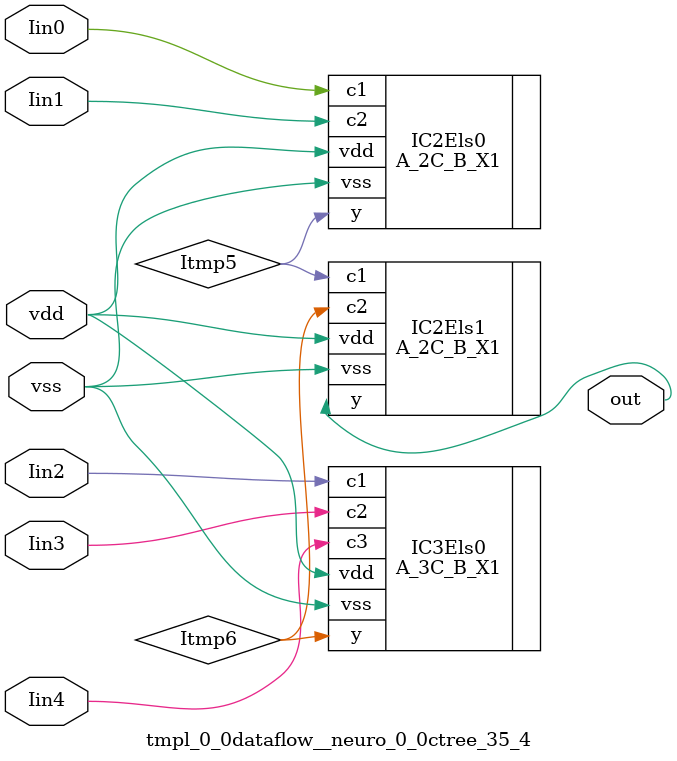
<source format=v>
module tmpl_0_0dataflow__neuro_0_0ctree_35_4(Iin0 , Iin1 , Iin2 , Iin3 , Iin4 , out, vdd, vss); 
   input vdd;
   input vss;
   input Iin0 ;
   input Iin1 ;
   input Iin2 ;
   input Iin3 ;
   input Iin4 ;
   output out;

// -- signals ---
   wire Itmp5 ;
   wire Iin3 ;
   wire Iin0 ;
   wire Iin2 ;
   wire Iin4 ;
   wire out ;
   wire Itmp6 ;
   wire Iin1 ;

// --- instances
A_2C_B_X1 IC2Els0  (.y(Itmp5 ), .c1(Iin0 ), .c2(Iin1 ), .vdd(vdd), .vss(vss));
A_2C_B_X1 IC2Els1  (.y(out), .c1(Itmp5 ), .c2(Itmp6 ), .vdd(vdd), .vss(vss));
A_3C_B_X1 IC3Els0  (.y(Itmp6 ), .c1(Iin2 ), .c2(Iin3 ), .c3(Iin4 ), .vdd(vdd), .vss(vss));
endmodule
</source>
